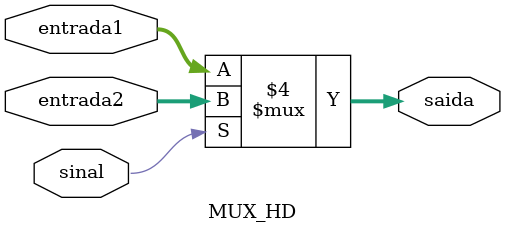
<source format=v>
module MUX_HD(entrada1, entrada2, sinal, saida);

	input [31:0] entrada1, entrada2;
	input sinal;
	output reg [31:0] saida;
	
	always @(*)
		if(sinal == 1'b0)
			saida = entrada1;
		else
			saida = entrada2;			

endmodule 
</source>
